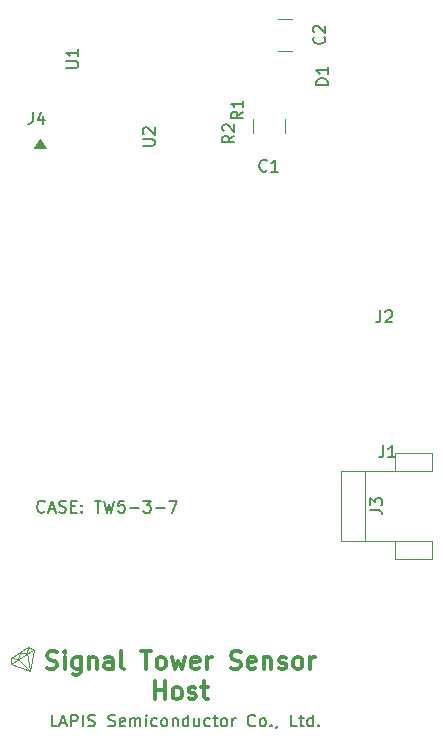
<source format=gbr>
G04 #@! TF.GenerationSoftware,KiCad,Pcbnew,(5.1.6-0-10_14)*
G04 #@! TF.CreationDate,2020-07-22T10:43:18+09:00*
G04 #@! TF.ProjectId,signaltower_host,7369676e-616c-4746-9f77-65725f686f73,rev?*
G04 #@! TF.SameCoordinates,Original*
G04 #@! TF.FileFunction,Legend,Top*
G04 #@! TF.FilePolarity,Positive*
%FSLAX46Y46*%
G04 Gerber Fmt 4.6, Leading zero omitted, Abs format (unit mm)*
G04 Created by KiCad (PCBNEW (5.1.6-0-10_14)) date 2020-07-22 10:43:18*
%MOMM*%
%LPD*%
G01*
G04 APERTURE LIST*
%ADD10C,0.100000*%
%ADD11C,0.200000*%
%ADD12C,0.300000*%
%ADD13C,0.150000*%
%ADD14C,0.120000*%
G04 APERTURE END LIST*
D10*
G36*
X101000000Y-63500000D02*
G01*
X100000000Y-63500000D01*
X100500000Y-62750000D01*
X101000000Y-63500000D01*
G37*
X101000000Y-63500000D02*
X100000000Y-63500000D01*
X100500000Y-62750000D01*
X101000000Y-63500000D01*
D11*
X101990476Y-112452380D02*
X101514285Y-112452380D01*
X101514285Y-111452380D01*
X102276190Y-112166666D02*
X102752380Y-112166666D01*
X102180952Y-112452380D02*
X102514285Y-111452380D01*
X102847619Y-112452380D01*
X103180952Y-112452380D02*
X103180952Y-111452380D01*
X103561904Y-111452380D01*
X103657142Y-111500000D01*
X103704761Y-111547619D01*
X103752380Y-111642857D01*
X103752380Y-111785714D01*
X103704761Y-111880952D01*
X103657142Y-111928571D01*
X103561904Y-111976190D01*
X103180952Y-111976190D01*
X104180952Y-112452380D02*
X104180952Y-111452380D01*
X104609523Y-112404761D02*
X104752380Y-112452380D01*
X104990476Y-112452380D01*
X105085714Y-112404761D01*
X105133333Y-112357142D01*
X105180952Y-112261904D01*
X105180952Y-112166666D01*
X105133333Y-112071428D01*
X105085714Y-112023809D01*
X104990476Y-111976190D01*
X104800000Y-111928571D01*
X104704761Y-111880952D01*
X104657142Y-111833333D01*
X104609523Y-111738095D01*
X104609523Y-111642857D01*
X104657142Y-111547619D01*
X104704761Y-111500000D01*
X104800000Y-111452380D01*
X105038095Y-111452380D01*
X105180952Y-111500000D01*
X106323809Y-112404761D02*
X106466666Y-112452380D01*
X106704761Y-112452380D01*
X106800000Y-112404761D01*
X106847619Y-112357142D01*
X106895238Y-112261904D01*
X106895238Y-112166666D01*
X106847619Y-112071428D01*
X106800000Y-112023809D01*
X106704761Y-111976190D01*
X106514285Y-111928571D01*
X106419047Y-111880952D01*
X106371428Y-111833333D01*
X106323809Y-111738095D01*
X106323809Y-111642857D01*
X106371428Y-111547619D01*
X106419047Y-111500000D01*
X106514285Y-111452380D01*
X106752380Y-111452380D01*
X106895238Y-111500000D01*
X107704761Y-112404761D02*
X107609523Y-112452380D01*
X107419047Y-112452380D01*
X107323809Y-112404761D01*
X107276190Y-112309523D01*
X107276190Y-111928571D01*
X107323809Y-111833333D01*
X107419047Y-111785714D01*
X107609523Y-111785714D01*
X107704761Y-111833333D01*
X107752380Y-111928571D01*
X107752380Y-112023809D01*
X107276190Y-112119047D01*
X108180952Y-112452380D02*
X108180952Y-111785714D01*
X108180952Y-111880952D02*
X108228571Y-111833333D01*
X108323809Y-111785714D01*
X108466666Y-111785714D01*
X108561904Y-111833333D01*
X108609523Y-111928571D01*
X108609523Y-112452380D01*
X108609523Y-111928571D02*
X108657142Y-111833333D01*
X108752380Y-111785714D01*
X108895238Y-111785714D01*
X108990476Y-111833333D01*
X109038095Y-111928571D01*
X109038095Y-112452380D01*
X109514285Y-112452380D02*
X109514285Y-111785714D01*
X109514285Y-111452380D02*
X109466666Y-111500000D01*
X109514285Y-111547619D01*
X109561904Y-111500000D01*
X109514285Y-111452380D01*
X109514285Y-111547619D01*
X110419047Y-112404761D02*
X110323809Y-112452380D01*
X110133333Y-112452380D01*
X110038095Y-112404761D01*
X109990476Y-112357142D01*
X109942857Y-112261904D01*
X109942857Y-111976190D01*
X109990476Y-111880952D01*
X110038095Y-111833333D01*
X110133333Y-111785714D01*
X110323809Y-111785714D01*
X110419047Y-111833333D01*
X110990476Y-112452380D02*
X110895238Y-112404761D01*
X110847619Y-112357142D01*
X110800000Y-112261904D01*
X110800000Y-111976190D01*
X110847619Y-111880952D01*
X110895238Y-111833333D01*
X110990476Y-111785714D01*
X111133333Y-111785714D01*
X111228571Y-111833333D01*
X111276190Y-111880952D01*
X111323809Y-111976190D01*
X111323809Y-112261904D01*
X111276190Y-112357142D01*
X111228571Y-112404761D01*
X111133333Y-112452380D01*
X110990476Y-112452380D01*
X111752380Y-111785714D02*
X111752380Y-112452380D01*
X111752380Y-111880952D02*
X111800000Y-111833333D01*
X111895238Y-111785714D01*
X112038095Y-111785714D01*
X112133333Y-111833333D01*
X112180952Y-111928571D01*
X112180952Y-112452380D01*
X113085714Y-112452380D02*
X113085714Y-111452380D01*
X113085714Y-112404761D02*
X112990476Y-112452380D01*
X112800000Y-112452380D01*
X112704761Y-112404761D01*
X112657142Y-112357142D01*
X112609523Y-112261904D01*
X112609523Y-111976190D01*
X112657142Y-111880952D01*
X112704761Y-111833333D01*
X112800000Y-111785714D01*
X112990476Y-111785714D01*
X113085714Y-111833333D01*
X113990476Y-111785714D02*
X113990476Y-112452380D01*
X113561904Y-111785714D02*
X113561904Y-112309523D01*
X113609523Y-112404761D01*
X113704761Y-112452380D01*
X113847619Y-112452380D01*
X113942857Y-112404761D01*
X113990476Y-112357142D01*
X114895238Y-112404761D02*
X114800000Y-112452380D01*
X114609523Y-112452380D01*
X114514285Y-112404761D01*
X114466666Y-112357142D01*
X114419047Y-112261904D01*
X114419047Y-111976190D01*
X114466666Y-111880952D01*
X114514285Y-111833333D01*
X114609523Y-111785714D01*
X114800000Y-111785714D01*
X114895238Y-111833333D01*
X115180952Y-111785714D02*
X115561904Y-111785714D01*
X115323809Y-111452380D02*
X115323809Y-112309523D01*
X115371428Y-112404761D01*
X115466666Y-112452380D01*
X115561904Y-112452380D01*
X116038095Y-112452380D02*
X115942857Y-112404761D01*
X115895238Y-112357142D01*
X115847619Y-112261904D01*
X115847619Y-111976190D01*
X115895238Y-111880952D01*
X115942857Y-111833333D01*
X116038095Y-111785714D01*
X116180952Y-111785714D01*
X116276190Y-111833333D01*
X116323809Y-111880952D01*
X116371428Y-111976190D01*
X116371428Y-112261904D01*
X116323809Y-112357142D01*
X116276190Y-112404761D01*
X116180952Y-112452380D01*
X116038095Y-112452380D01*
X116800000Y-112452380D02*
X116800000Y-111785714D01*
X116800000Y-111976190D02*
X116847619Y-111880952D01*
X116895238Y-111833333D01*
X116990476Y-111785714D01*
X117085714Y-111785714D01*
X118752380Y-112357142D02*
X118704761Y-112404761D01*
X118561904Y-112452380D01*
X118466666Y-112452380D01*
X118323809Y-112404761D01*
X118228571Y-112309523D01*
X118180952Y-112214285D01*
X118133333Y-112023809D01*
X118133333Y-111880952D01*
X118180952Y-111690476D01*
X118228571Y-111595238D01*
X118323809Y-111500000D01*
X118466666Y-111452380D01*
X118561904Y-111452380D01*
X118704761Y-111500000D01*
X118752380Y-111547619D01*
X119323809Y-112452380D02*
X119228571Y-112404761D01*
X119180952Y-112357142D01*
X119133333Y-112261904D01*
X119133333Y-111976190D01*
X119180952Y-111880952D01*
X119228571Y-111833333D01*
X119323809Y-111785714D01*
X119466666Y-111785714D01*
X119561904Y-111833333D01*
X119609523Y-111880952D01*
X119657142Y-111976190D01*
X119657142Y-112261904D01*
X119609523Y-112357142D01*
X119561904Y-112404761D01*
X119466666Y-112452380D01*
X119323809Y-112452380D01*
X120085714Y-112357142D02*
X120133333Y-112404761D01*
X120085714Y-112452380D01*
X120038095Y-112404761D01*
X120085714Y-112357142D01*
X120085714Y-112452380D01*
X120609523Y-112404761D02*
X120609523Y-112452380D01*
X120561904Y-112547619D01*
X120514285Y-112595238D01*
X122276190Y-112452380D02*
X121800000Y-112452380D01*
X121800000Y-111452380D01*
X122466666Y-111785714D02*
X122847619Y-111785714D01*
X122609523Y-111452380D02*
X122609523Y-112309523D01*
X122657142Y-112404761D01*
X122752380Y-112452380D01*
X122847619Y-112452380D01*
X123609523Y-112452380D02*
X123609523Y-111452380D01*
X123609523Y-112404761D02*
X123514285Y-112452380D01*
X123323809Y-112452380D01*
X123228571Y-112404761D01*
X123180952Y-112357142D01*
X123133333Y-112261904D01*
X123133333Y-111976190D01*
X123180952Y-111880952D01*
X123228571Y-111833333D01*
X123323809Y-111785714D01*
X123514285Y-111785714D01*
X123609523Y-111833333D01*
X124085714Y-112357142D02*
X124133333Y-112404761D01*
X124085714Y-112452380D01*
X124038095Y-112404761D01*
X124085714Y-112357142D01*
X124085714Y-112452380D01*
D12*
X101114285Y-107532142D02*
X101328571Y-107603571D01*
X101685714Y-107603571D01*
X101828571Y-107532142D01*
X101900000Y-107460714D01*
X101971428Y-107317857D01*
X101971428Y-107175000D01*
X101900000Y-107032142D01*
X101828571Y-106960714D01*
X101685714Y-106889285D01*
X101400000Y-106817857D01*
X101257142Y-106746428D01*
X101185714Y-106675000D01*
X101114285Y-106532142D01*
X101114285Y-106389285D01*
X101185714Y-106246428D01*
X101257142Y-106175000D01*
X101400000Y-106103571D01*
X101757142Y-106103571D01*
X101971428Y-106175000D01*
X102614285Y-107603571D02*
X102614285Y-106603571D01*
X102614285Y-106103571D02*
X102542857Y-106175000D01*
X102614285Y-106246428D01*
X102685714Y-106175000D01*
X102614285Y-106103571D01*
X102614285Y-106246428D01*
X103971428Y-106603571D02*
X103971428Y-107817857D01*
X103900000Y-107960714D01*
X103828571Y-108032142D01*
X103685714Y-108103571D01*
X103471428Y-108103571D01*
X103328571Y-108032142D01*
X103971428Y-107532142D02*
X103828571Y-107603571D01*
X103542857Y-107603571D01*
X103400000Y-107532142D01*
X103328571Y-107460714D01*
X103257142Y-107317857D01*
X103257142Y-106889285D01*
X103328571Y-106746428D01*
X103400000Y-106675000D01*
X103542857Y-106603571D01*
X103828571Y-106603571D01*
X103971428Y-106675000D01*
X104685714Y-106603571D02*
X104685714Y-107603571D01*
X104685714Y-106746428D02*
X104757142Y-106675000D01*
X104900000Y-106603571D01*
X105114285Y-106603571D01*
X105257142Y-106675000D01*
X105328571Y-106817857D01*
X105328571Y-107603571D01*
X106685714Y-107603571D02*
X106685714Y-106817857D01*
X106614285Y-106675000D01*
X106471428Y-106603571D01*
X106185714Y-106603571D01*
X106042857Y-106675000D01*
X106685714Y-107532142D02*
X106542857Y-107603571D01*
X106185714Y-107603571D01*
X106042857Y-107532142D01*
X105971428Y-107389285D01*
X105971428Y-107246428D01*
X106042857Y-107103571D01*
X106185714Y-107032142D01*
X106542857Y-107032142D01*
X106685714Y-106960714D01*
X107614285Y-107603571D02*
X107471428Y-107532142D01*
X107400000Y-107389285D01*
X107400000Y-106103571D01*
X109114285Y-106103571D02*
X109971428Y-106103571D01*
X109542857Y-107603571D02*
X109542857Y-106103571D01*
X110685714Y-107603571D02*
X110542857Y-107532142D01*
X110471428Y-107460714D01*
X110400000Y-107317857D01*
X110400000Y-106889285D01*
X110471428Y-106746428D01*
X110542857Y-106675000D01*
X110685714Y-106603571D01*
X110900000Y-106603571D01*
X111042857Y-106675000D01*
X111114285Y-106746428D01*
X111185714Y-106889285D01*
X111185714Y-107317857D01*
X111114285Y-107460714D01*
X111042857Y-107532142D01*
X110900000Y-107603571D01*
X110685714Y-107603571D01*
X111685714Y-106603571D02*
X111971428Y-107603571D01*
X112257142Y-106889285D01*
X112542857Y-107603571D01*
X112828571Y-106603571D01*
X113971428Y-107532142D02*
X113828571Y-107603571D01*
X113542857Y-107603571D01*
X113400000Y-107532142D01*
X113328571Y-107389285D01*
X113328571Y-106817857D01*
X113400000Y-106675000D01*
X113542857Y-106603571D01*
X113828571Y-106603571D01*
X113971428Y-106675000D01*
X114042857Y-106817857D01*
X114042857Y-106960714D01*
X113328571Y-107103571D01*
X114685714Y-107603571D02*
X114685714Y-106603571D01*
X114685714Y-106889285D02*
X114757142Y-106746428D01*
X114828571Y-106675000D01*
X114971428Y-106603571D01*
X115114285Y-106603571D01*
X116685714Y-107532142D02*
X116900000Y-107603571D01*
X117257142Y-107603571D01*
X117400000Y-107532142D01*
X117471428Y-107460714D01*
X117542857Y-107317857D01*
X117542857Y-107175000D01*
X117471428Y-107032142D01*
X117400000Y-106960714D01*
X117257142Y-106889285D01*
X116971428Y-106817857D01*
X116828571Y-106746428D01*
X116757142Y-106675000D01*
X116685714Y-106532142D01*
X116685714Y-106389285D01*
X116757142Y-106246428D01*
X116828571Y-106175000D01*
X116971428Y-106103571D01*
X117328571Y-106103571D01*
X117542857Y-106175000D01*
X118757142Y-107532142D02*
X118614285Y-107603571D01*
X118328571Y-107603571D01*
X118185714Y-107532142D01*
X118114285Y-107389285D01*
X118114285Y-106817857D01*
X118185714Y-106675000D01*
X118328571Y-106603571D01*
X118614285Y-106603571D01*
X118757142Y-106675000D01*
X118828571Y-106817857D01*
X118828571Y-106960714D01*
X118114285Y-107103571D01*
X119471428Y-106603571D02*
X119471428Y-107603571D01*
X119471428Y-106746428D02*
X119542857Y-106675000D01*
X119685714Y-106603571D01*
X119900000Y-106603571D01*
X120042857Y-106675000D01*
X120114285Y-106817857D01*
X120114285Y-107603571D01*
X120757142Y-107532142D02*
X120900000Y-107603571D01*
X121185714Y-107603571D01*
X121328571Y-107532142D01*
X121400000Y-107389285D01*
X121400000Y-107317857D01*
X121328571Y-107175000D01*
X121185714Y-107103571D01*
X120971428Y-107103571D01*
X120828571Y-107032142D01*
X120757142Y-106889285D01*
X120757142Y-106817857D01*
X120828571Y-106675000D01*
X120971428Y-106603571D01*
X121185714Y-106603571D01*
X121328571Y-106675000D01*
X122257142Y-107603571D02*
X122114285Y-107532142D01*
X122042857Y-107460714D01*
X121971428Y-107317857D01*
X121971428Y-106889285D01*
X122042857Y-106746428D01*
X122114285Y-106675000D01*
X122257142Y-106603571D01*
X122471428Y-106603571D01*
X122614285Y-106675000D01*
X122685714Y-106746428D01*
X122757142Y-106889285D01*
X122757142Y-107317857D01*
X122685714Y-107460714D01*
X122614285Y-107532142D01*
X122471428Y-107603571D01*
X122257142Y-107603571D01*
X123400000Y-107603571D02*
X123400000Y-106603571D01*
X123400000Y-106889285D02*
X123471428Y-106746428D01*
X123542857Y-106675000D01*
X123685714Y-106603571D01*
X123828571Y-106603571D01*
X110257142Y-110153571D02*
X110257142Y-108653571D01*
X110257142Y-109367857D02*
X111114285Y-109367857D01*
X111114285Y-110153571D02*
X111114285Y-108653571D01*
X112042857Y-110153571D02*
X111900000Y-110082142D01*
X111828571Y-110010714D01*
X111757142Y-109867857D01*
X111757142Y-109439285D01*
X111828571Y-109296428D01*
X111900000Y-109225000D01*
X112042857Y-109153571D01*
X112257142Y-109153571D01*
X112400000Y-109225000D01*
X112471428Y-109296428D01*
X112542857Y-109439285D01*
X112542857Y-109867857D01*
X112471428Y-110010714D01*
X112400000Y-110082142D01*
X112257142Y-110153571D01*
X112042857Y-110153571D01*
X113114285Y-110082142D02*
X113257142Y-110153571D01*
X113542857Y-110153571D01*
X113685714Y-110082142D01*
X113757142Y-109939285D01*
X113757142Y-109867857D01*
X113685714Y-109725000D01*
X113542857Y-109653571D01*
X113328571Y-109653571D01*
X113185714Y-109582142D01*
X113114285Y-109439285D01*
X113114285Y-109367857D01*
X113185714Y-109225000D01*
X113328571Y-109153571D01*
X113542857Y-109153571D01*
X113685714Y-109225000D01*
X114185714Y-109153571D02*
X114757142Y-109153571D01*
X114400000Y-108653571D02*
X114400000Y-109939285D01*
X114471428Y-110082142D01*
X114614285Y-110153571D01*
X114757142Y-110153571D01*
D13*
X100914285Y-94257142D02*
X100866666Y-94304761D01*
X100723809Y-94352380D01*
X100628571Y-94352380D01*
X100485714Y-94304761D01*
X100390476Y-94209523D01*
X100342857Y-94114285D01*
X100295238Y-93923809D01*
X100295238Y-93780952D01*
X100342857Y-93590476D01*
X100390476Y-93495238D01*
X100485714Y-93400000D01*
X100628571Y-93352380D01*
X100723809Y-93352380D01*
X100866666Y-93400000D01*
X100914285Y-93447619D01*
X101295238Y-94066666D02*
X101771428Y-94066666D01*
X101200000Y-94352380D02*
X101533333Y-93352380D01*
X101866666Y-94352380D01*
X102152380Y-94304761D02*
X102295238Y-94352380D01*
X102533333Y-94352380D01*
X102628571Y-94304761D01*
X102676190Y-94257142D01*
X102723809Y-94161904D01*
X102723809Y-94066666D01*
X102676190Y-93971428D01*
X102628571Y-93923809D01*
X102533333Y-93876190D01*
X102342857Y-93828571D01*
X102247619Y-93780952D01*
X102200000Y-93733333D01*
X102152380Y-93638095D01*
X102152380Y-93542857D01*
X102200000Y-93447619D01*
X102247619Y-93400000D01*
X102342857Y-93352380D01*
X102580952Y-93352380D01*
X102723809Y-93400000D01*
X103152380Y-93828571D02*
X103485714Y-93828571D01*
X103628571Y-94352380D02*
X103152380Y-94352380D01*
X103152380Y-93352380D01*
X103628571Y-93352380D01*
X104057142Y-94257142D02*
X104104761Y-94304761D01*
X104057142Y-94352380D01*
X104009523Y-94304761D01*
X104057142Y-94257142D01*
X104057142Y-94352380D01*
X104057142Y-93733333D02*
X104104761Y-93780952D01*
X104057142Y-93828571D01*
X104009523Y-93780952D01*
X104057142Y-93733333D01*
X104057142Y-93828571D01*
X105152380Y-93352380D02*
X105723809Y-93352380D01*
X105438095Y-94352380D02*
X105438095Y-93352380D01*
X105961904Y-93352380D02*
X106200000Y-94352380D01*
X106390476Y-93638095D01*
X106580952Y-94352380D01*
X106819047Y-93352380D01*
X107676190Y-93352380D02*
X107200000Y-93352380D01*
X107152380Y-93828571D01*
X107200000Y-93780952D01*
X107295238Y-93733333D01*
X107533333Y-93733333D01*
X107628571Y-93780952D01*
X107676190Y-93828571D01*
X107723809Y-93923809D01*
X107723809Y-94161904D01*
X107676190Y-94257142D01*
X107628571Y-94304761D01*
X107533333Y-94352380D01*
X107295238Y-94352380D01*
X107200000Y-94304761D01*
X107152380Y-94257142D01*
X108152380Y-93971428D02*
X108914285Y-93971428D01*
X109295238Y-93352380D02*
X109914285Y-93352380D01*
X109580952Y-93733333D01*
X109723809Y-93733333D01*
X109819047Y-93780952D01*
X109866666Y-93828571D01*
X109914285Y-93923809D01*
X109914285Y-94161904D01*
X109866666Y-94257142D01*
X109819047Y-94304761D01*
X109723809Y-94352380D01*
X109438095Y-94352380D01*
X109342857Y-94304761D01*
X109295238Y-94257142D01*
X110342857Y-93971428D02*
X111104761Y-93971428D01*
X111485714Y-93352380D02*
X112152380Y-93352380D01*
X111723809Y-94352380D01*
D14*
X98100000Y-107175000D02*
X98100000Y-106675000D01*
X98100000Y-106675000D02*
X99500000Y-105775000D01*
X99500000Y-105775000D02*
X100000000Y-105975000D01*
X100000000Y-105975000D02*
X99700000Y-107775000D01*
X99700000Y-107775000D02*
X98100000Y-107175000D01*
X98100000Y-107175000D02*
X99900000Y-105975000D01*
X98700000Y-106775000D02*
X99600000Y-107675000D01*
X99600000Y-107675000D02*
X98700000Y-106775000D01*
X98700000Y-106775000D02*
X98100000Y-106675000D01*
X98700000Y-106775000D02*
X98800000Y-106225000D01*
X98825000Y-106225000D02*
X99400000Y-106275000D01*
X99400000Y-106275000D02*
X99700000Y-107675000D01*
X99400000Y-106275000D02*
X99500000Y-105775000D01*
X130560000Y-90800000D02*
X126020000Y-90800000D01*
X130560000Y-96800000D02*
X126020000Y-96800000D01*
X130560000Y-89340000D02*
X130560000Y-90800000D01*
X130560000Y-98260000D02*
X130560000Y-96800000D01*
X133720000Y-89340000D02*
X130560000Y-89340000D01*
X133720000Y-98260000D02*
X130560000Y-98260000D01*
X133720000Y-90800000D02*
X133720000Y-89340000D01*
X133720000Y-96800000D02*
X133720000Y-98260000D01*
X128080000Y-90800000D02*
X133720000Y-90800000D01*
X128080000Y-96800000D02*
X133720000Y-96800000D01*
X128080000Y-96800000D02*
X128080000Y-90800000D01*
X126020000Y-96800000D02*
X126020000Y-90800000D01*
X120697936Y-52540000D02*
X121902064Y-52540000D01*
X120697936Y-55260000D02*
X121902064Y-55260000D01*
X121260000Y-60997936D02*
X121260000Y-62202064D01*
X118540000Y-60997936D02*
X118540000Y-62202064D01*
D13*
X128502380Y-94133333D02*
X129216666Y-94133333D01*
X129359523Y-94180952D01*
X129454761Y-94276190D01*
X129502380Y-94419047D01*
X129502380Y-94514285D01*
X128502380Y-93752380D02*
X128502380Y-93133333D01*
X128883333Y-93466666D01*
X128883333Y-93323809D01*
X128930952Y-93228571D01*
X128978571Y-93180952D01*
X129073809Y-93133333D01*
X129311904Y-93133333D01*
X129407142Y-93180952D01*
X129454761Y-93228571D01*
X129502380Y-93323809D01*
X129502380Y-93609523D01*
X129454761Y-93704761D01*
X129407142Y-93752380D01*
X99916666Y-60452380D02*
X99916666Y-61166666D01*
X99869047Y-61309523D01*
X99773809Y-61404761D01*
X99630952Y-61452380D01*
X99535714Y-61452380D01*
X100821428Y-60785714D02*
X100821428Y-61452380D01*
X100583333Y-60404761D02*
X100345238Y-61119047D01*
X100964285Y-61119047D01*
X102772380Y-56707904D02*
X103581904Y-56707904D01*
X103677142Y-56660285D01*
X103724761Y-56612666D01*
X103772380Y-56517428D01*
X103772380Y-56326952D01*
X103724761Y-56231714D01*
X103677142Y-56184095D01*
X103581904Y-56136476D01*
X102772380Y-56136476D01*
X103772380Y-55136476D02*
X103772380Y-55707904D01*
X103772380Y-55422190D02*
X102772380Y-55422190D01*
X102915238Y-55517428D01*
X103010476Y-55612666D01*
X103058095Y-55707904D01*
X129347666Y-77243380D02*
X129347666Y-77957666D01*
X129300047Y-78100523D01*
X129204809Y-78195761D01*
X129061952Y-78243380D01*
X128966714Y-78243380D01*
X129776238Y-77338619D02*
X129823857Y-77291000D01*
X129919095Y-77243380D01*
X130157190Y-77243380D01*
X130252428Y-77291000D01*
X130300047Y-77338619D01*
X130347666Y-77433857D01*
X130347666Y-77529095D01*
X130300047Y-77671952D01*
X129728619Y-78243380D01*
X130347666Y-78243380D01*
X109228380Y-63311904D02*
X110037904Y-63311904D01*
X110133142Y-63264285D01*
X110180761Y-63216666D01*
X110228380Y-63121428D01*
X110228380Y-62930952D01*
X110180761Y-62835714D01*
X110133142Y-62788095D01*
X110037904Y-62740476D01*
X109228380Y-62740476D01*
X109323619Y-62311904D02*
X109276000Y-62264285D01*
X109228380Y-62169047D01*
X109228380Y-61930952D01*
X109276000Y-61835714D01*
X109323619Y-61788095D01*
X109418857Y-61740476D01*
X109514095Y-61740476D01*
X109656952Y-61788095D01*
X110228380Y-62359523D01*
X110228380Y-61740476D01*
X129591666Y-88664380D02*
X129591666Y-89378666D01*
X129544047Y-89521523D01*
X129448809Y-89616761D01*
X129305952Y-89664380D01*
X129210714Y-89664380D01*
X130591666Y-89664380D02*
X130020238Y-89664380D01*
X130305952Y-89664380D02*
X130305952Y-88664380D01*
X130210714Y-88807238D01*
X130115476Y-88902476D01*
X130020238Y-88950095D01*
X124916380Y-58154095D02*
X123916380Y-58154095D01*
X123916380Y-57916000D01*
X123964000Y-57773142D01*
X124059238Y-57677904D01*
X124154476Y-57630285D01*
X124344952Y-57582666D01*
X124487809Y-57582666D01*
X124678285Y-57630285D01*
X124773523Y-57677904D01*
X124868761Y-57773142D01*
X124916380Y-57916000D01*
X124916380Y-58154095D01*
X124916380Y-56630285D02*
X124916380Y-57201714D01*
X124916380Y-56916000D02*
X123916380Y-56916000D01*
X124059238Y-57011238D01*
X124154476Y-57106476D01*
X124202095Y-57201714D01*
X117711380Y-60416666D02*
X117235190Y-60750000D01*
X117711380Y-60988095D02*
X116711380Y-60988095D01*
X116711380Y-60607142D01*
X116759000Y-60511904D01*
X116806619Y-60464285D01*
X116901857Y-60416666D01*
X117044714Y-60416666D01*
X117139952Y-60464285D01*
X117187571Y-60511904D01*
X117235190Y-60607142D01*
X117235190Y-60988095D01*
X117711380Y-59464285D02*
X117711380Y-60035714D01*
X117711380Y-59750000D02*
X116711380Y-59750000D01*
X116854238Y-59845238D01*
X116949476Y-59940476D01*
X116997095Y-60035714D01*
X116980380Y-62431666D02*
X116504190Y-62765000D01*
X116980380Y-63003095D02*
X115980380Y-63003095D01*
X115980380Y-62622142D01*
X116028000Y-62526904D01*
X116075619Y-62479285D01*
X116170857Y-62431666D01*
X116313714Y-62431666D01*
X116408952Y-62479285D01*
X116456571Y-62526904D01*
X116504190Y-62622142D01*
X116504190Y-63003095D01*
X116075619Y-62050714D02*
X116028000Y-62003095D01*
X115980380Y-61907857D01*
X115980380Y-61669761D01*
X116028000Y-61574523D01*
X116075619Y-61526904D01*
X116170857Y-61479285D01*
X116266095Y-61479285D01*
X116408952Y-61526904D01*
X116980380Y-62098333D01*
X116980380Y-61479285D01*
X124575142Y-54066666D02*
X124622761Y-54114285D01*
X124670380Y-54257142D01*
X124670380Y-54352380D01*
X124622761Y-54495238D01*
X124527523Y-54590476D01*
X124432285Y-54638095D01*
X124241809Y-54685714D01*
X124098952Y-54685714D01*
X123908476Y-54638095D01*
X123813238Y-54590476D01*
X123718000Y-54495238D01*
X123670380Y-54352380D01*
X123670380Y-54257142D01*
X123718000Y-54114285D01*
X123765619Y-54066666D01*
X123765619Y-53685714D02*
X123718000Y-53638095D01*
X123670380Y-53542857D01*
X123670380Y-53304761D01*
X123718000Y-53209523D01*
X123765619Y-53161904D01*
X123860857Y-53114285D01*
X123956095Y-53114285D01*
X124098952Y-53161904D01*
X124670380Y-53733333D01*
X124670380Y-53114285D01*
X119733333Y-65383142D02*
X119685714Y-65430761D01*
X119542857Y-65478380D01*
X119447619Y-65478380D01*
X119304761Y-65430761D01*
X119209523Y-65335523D01*
X119161904Y-65240285D01*
X119114285Y-65049809D01*
X119114285Y-64906952D01*
X119161904Y-64716476D01*
X119209523Y-64621238D01*
X119304761Y-64526000D01*
X119447619Y-64478380D01*
X119542857Y-64478380D01*
X119685714Y-64526000D01*
X119733333Y-64573619D01*
X120685714Y-65478380D02*
X120114285Y-65478380D01*
X120400000Y-65478380D02*
X120400000Y-64478380D01*
X120304761Y-64621238D01*
X120209523Y-64716476D01*
X120114285Y-64764095D01*
M02*

</source>
